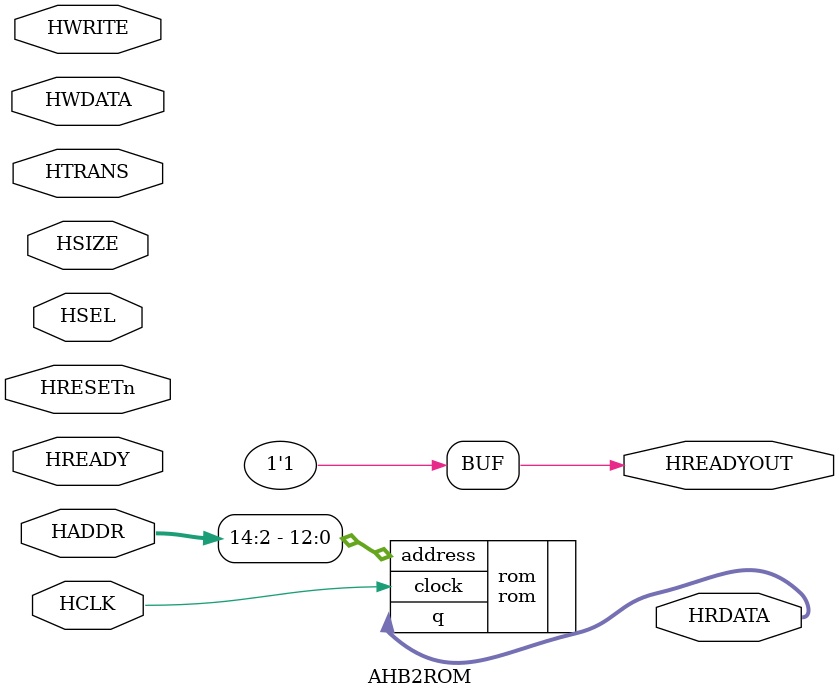
<source format=v>

module AHB2ROM
   (
   input wire           HSEL,
   input wire           HCLK,
   input wire           HRESETn,
   input wire           HREADY,
   input wire    [31:0] HADDR,
   input wire     [1:0] HTRANS,
   input wire           HWRITE,
   input wire     [2:0] HSIZE,
   input wire    [31:0] HWDATA,
   output wire          HREADYOUT,
   output wire   [31:0] HRDATA
   );

   assign HREADYOUT = 1'b1; // Always ready

wire [31:0] hrdata;


   // Memory Array
   rom  rom (
	.address(HADDR[14:2]),
	.clock(HCLK),
	.q(HRDATA)
	);

endmodule

</source>
